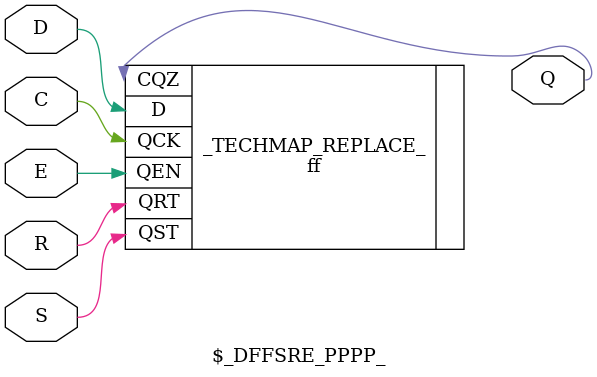
<source format=v>
module \$_DFFSRE_PPPP_ (input C, S, R, E, D, output Q);
  wire _TECHMAP_REMOVEINIT_Q_ = 1;
  ff _TECHMAP_REPLACE_ (.QCK(C), .QST(S), .QRT(R), .QEN(E), .D(D), .CQZ(Q));
endmodule

</source>
